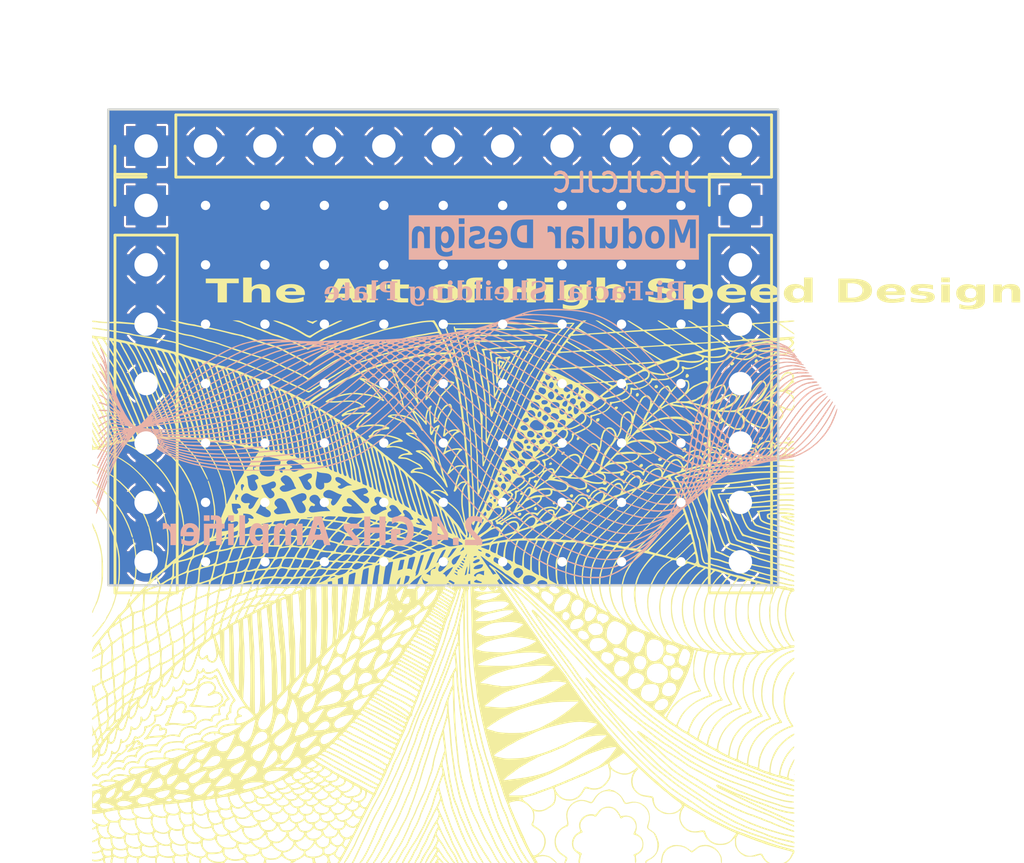
<source format=kicad_pcb>
(kicad_pcb (version 20241229) (generator "pcbnew") (generator_version "9.0")
  (title_block (title "Filter Plate to Cover Power PCB") (date "2024-03-22") (rev "1.0") (company "2 Layer PCB to Reduce Cost") (comment 1 "Prevents Extension of 4-Layer Power PCB"))
  (layers (0 "F.Cu" signal) (2 "B.Cu" signal) (13 "F.Paste" user) (15 "B.Paste" user) (5 "F.SilkS" user "F.Silkscreen") (7 "B.SilkS" user "B.Silkscreen") (1 "F.Mask" user) (3 "B.Mask" user) (25 "Edge.Cuts" user))
  (net 0 "")
  (net 1 "GND")
  (footprint "Connector_PinHeader_2.54mm:PinHeader_1x07_P2.54mm_Vertical" (layer "F.Cu") (at 23.023 25.4126)
    (property "Reference" "J3" (hide yes))
    (property "Value" "Conn_01x07_Pin")
    (pad "1" thru_hole rect (at 0 0) (size 1.7 1.7) (drill 1) (layers "*.Cu" "*.Mask") (net 1 "GND"))
    (pad "2" thru_hole oval (at 0 2.54) (size 1.7 1.7) (drill 1) (layers "*.Cu" "*.Mask") (net 1 "GND"))
    (pad "3" thru_hole oval (at 0 5.08) (size 1.7 1.7) (drill 1) (layers "*.Cu" "*.Mask") (net 1 "GND"))
    (pad "4" thru_hole oval (at 0 7.62) (size 1.7 1.7) (drill 1) (layers "*.Cu" "*.Mask") (net 1 "GND"))
    (pad "5" thru_hole oval (at 0 10.16) (size 1.7 1.7) (drill 1) (layers "*.Cu" "*.Mask") (net 1 "GND"))
    (pad "6" thru_hole oval (at 0 12.7) (size 1.7 1.7) (drill 1) (layers "*.Cu" "*.Mask") (net 1 "GND"))
    (pad "7" thru_hole oval (at 0 15.24) (size 1.7 1.7) (drill 1) (layers "*.Cu" "*.Mask") (net 1 "GND"))
  )
  (footprint "LOGO" (layer "F.Cu") (at 35.723 41.9226)
    (property "Reference" "G***" (at 0 0 0) (layer "F.SilkS") (effects (font (size 1.5 1.5) (thickness 0.3))))
    (property "Value" "LOGO" (hide yes))
  )
  (footprint "Connector_PinHeader_2.54mm:PinHeader_1x07_P2.54mm_Vertical" (layer "F.Cu") (at 48.423 25.4126)
    (property "Reference" "J2" (hide yes))
    (property "Value" "Conn_01x07_Pin")
    (pad "1" thru_hole rect (at 0 0) (size 1.7 1.7) (drill 1) (layers "*.Cu" "*.Mask") (net 1 "GND"))
    (pad "2" thru_hole oval (at 0 2.54) (size 1.7 1.7) (drill 1) (layers "*.Cu" "*.Mask") (net 1 "GND"))
    (pad "3" thru_hole oval (at 0 5.08) (size 1.7 1.7) (drill 1) (layers "*.Cu" "*.Mask") (net 1 "GND"))
    (pad "4" thru_hole oval (at 0 7.62) (size 1.7 1.7) (drill 1) (layers "*.Cu" "*.Mask") (net 1 "GND"))
    (pad "5" thru_hole oval (at 0 10.16) (size 1.7 1.7) (drill 1) (layers "*.Cu" "*.Mask") (net 1 "GND"))
    (pad "6" thru_hole oval (at 0 12.7) (size 1.7 1.7) (drill 1) (layers "*.Cu" "*.Mask") (net 1 "GND"))
    (pad "7" thru_hole oval (at 0 15.24) (size 1.7 1.7) (drill 1) (layers "*.Cu" "*.Mask") (net 1 "GND"))
  )
  (footprint "Connector_PinHeader_2.54mm:PinHeader_1x11_P2.54mm_Vertical" (layer "F.Cu") (at 23.023 22.8726 90)
    (property "Reference" "J1" (hide yes))
    (property "Value" "Conn_01x11_Pin")
    (pad "1" thru_hole rect (at 0 0 90) (size 1.7 1.7) (drill 1) (layers "*.Cu" "*.Mask") (net 1 "GND"))
    (pad "2" thru_hole oval (at 0 2.54 90) (size 1.7 1.7) (drill 1) (layers "*.Cu" "*.Mask") (net 1 "GND"))
    (pad "3" thru_hole oval (at 0 5.08 90) (size 1.7 1.7) (drill 1) (layers "*.Cu" "*.Mask") (net 1 "GND"))
    (pad "4" thru_hole oval (at 0 7.62 90) (size 1.7 1.7) (drill 1) (layers "*.Cu" "*.Mask") (net 1 "GND"))
    (pad "5" thru_hole oval (at 0 10.16 90) (size 1.7 1.7) (drill 1) (layers "*.Cu" "*.Mask") (net 1 "GND"))
    (pad "6" thru_hole oval (at 0 12.7 90) (size 1.7 1.7) (drill 1) (layers "*.Cu" "*.Mask") (net 1 "GND"))
    (pad "7" thru_hole oval (at 0 15.24 90) (size 1.7 1.7) (drill 1) (layers "*.Cu" "*.Mask") (net 1 "GND"))
    (pad "8" thru_hole oval (at 0 17.78 90) (size 1.7 1.7) (drill 1) (layers "*.Cu" "*.Mask") (net 1 "GND"))
    (pad "9" thru_hole oval (at 0 20.32 90) (size 1.7 1.7) (drill 1) (layers "*.Cu" "*.Mask") (net 1 "GND"))
    (pad "10" thru_hole oval (at 0 22.86 90) (size 1.7 1.7) (drill 1) (layers "*.Cu" "*.Mask") (net 1 "GND"))
    (pad "11" thru_hole oval (at 0 25.4 90) (size 1.7 1.7) (drill 1) (layers "*.Cu" "*.Mask") (net 1 "GND"))
  )
  (footprint "LOGO" (layer "B.Cu") (at 26.833 25.1586)
    (property "Reference" "G***" (hide yes))
    (property "Value" "LOGO" (hide yes))
  )
  (footprint "LOGO" (layer "B.Cu") (at 36.739 35.5726 180)
    (property "Reference" "G***" (hide yes))
    (property "Value" "LOGO" (hide yes))
  )
  (footprint "LOGO" (layer "B.Cu") (at 31.913 26.6826 180)
    (property "Reference" "G***" (hide yes))
    (property "Value" "LOGO" (hide yes))
  )
  (gr_rect (start 21.408 21.3106) (end 50.038 41.656) (stroke (width 0.1)) (fill no) (layer "Edge.Cuts"))
  (gr_text "The Art of High Speed Design" (at 25.563 29.7306 0) (layer "F.SilkS") (effects (font (size 1 1.5) (thickness 0.25) (bold yes)) (justify left bottom)))
  (gr_text "JLCJLCJLC" (at 46.645 24.9046 0) (layer "B.SilkS") (effects (font (size 0.8 0.8)) (justify left bottom mirror)))
  (gr_text "Modular Design" (at 46.645 27.4446 0) (layer "B.SilkS" knockout) (effects (font (size 1.2 1) (thickness 0.175) (bold yes)) (justify left bottom mirror)))
  (gr_text "2.4 GHz Amplifier" (at 37.501 40.1446 0) (layer "B.SilkS") (effects (font (size 1.2 1) (thickness 0.175) (bold yes)) (justify left bottom mirror)))
  (gr_text "Bi-Facial Sheilding Plate" (at 46.137 29.6036 0) (layer "B.SilkS") (effects (font (size 0.8 0.8) (thickness 0.175) (bold yes)) (justify left bottom mirror)))
  (via (at 38.263 25.4126) (size 0.8) (drill 0.4) (layers "F.Cu" "B.Cu") (net 1))
  (via (at 35.723 27.9526) (size 0.8) (drill 0.4) (layers "F.Cu" "B.Cu") (net 1))
  (via (at 25.563 33.0326) (size 0.8) (drill 0.4) (layers "F.Cu" "B.Cu") (net 1))
  (via (at 43.343 30.4926) (size 0.8) (drill 0.4) (layers "F.Cu" "B.Cu") (net 1))
  (via (at 25.563 30.4926) (size 0.8) (drill 0.4) (layers "F.Cu" "B.Cu") (net 1))
  (via (at 43.343 27.9526) (size 0.8) (drill 0.4) (layers "F.Cu" "B.Cu") (net 1))
  (via (at 33.183 35.5726) (size 0.8) (drill 0.4) (layers "F.Cu" "B.Cu") (net 1))
  (via (at 40.803 33.0326) (size 0.8) (drill 0.4) (layers "F.Cu" "B.Cu") (net 1))
  (via (at 30.643 33.0326) (size 0.8) (drill 0.4) (layers "F.Cu" "B.Cu") (net 1))
  (via (at 40.803 30.4926) (size 0.8) (drill 0.4) (layers "F.Cu" "B.Cu") (net 1))
  (via (at 45.883 33.0326) (size 0.8) (drill 0.4) (layers "F.Cu" "B.Cu") (net 1))
  (via (at 40.803 25.4126) (size 0.8) (drill 0.4) (layers "F.Cu" "B.Cu") (net 1))
  (via (at 33.183 40.6526) (size 0.8) (drill 0.4) (layers "F.Cu" "B.Cu") (net 1))
  (via (at 43.343 35.5726) (size 0.8) (drill 0.4) (layers "F.Cu" "B.Cu") (net 1))
  (via (at 28.103 35.5726) (size 0.8) (drill 0.4) (layers "F.Cu" "B.Cu") (net 1))
  (via (at 25.563 25.4126) (size 0.8) (drill 0.4) (layers "F.Cu" "B.Cu") (net 1))
  (via (at 28.103 33.0326) (size 0.8) (drill 0.4) (layers "F.Cu" "B.Cu") (net 1))
  (via (at 40.803 38.1126) (size 0.8) (drill 0.4) (layers "F.Cu" "B.Cu") (net 1))
  (via (at 33.183 38.1126) (size 0.8) (drill 0.4) (layers "F.Cu" "B.Cu") (net 1))
  (via (at 28.103 30.4926) (size 0.8) (drill 0.4) (layers "F.Cu" "B.Cu") (net 1))
  (via (at 33.183 30.4926) (size 0.8) (drill 0.4) (layers "F.Cu" "B.Cu") (net 1))
  (via (at 33.183 27.9526) (size 0.8) (drill 0.4) (layers "F.Cu" "B.Cu") (net 1))
  (via (at 38.263 33.0326) (size 0.8) (drill 0.4) (layers "F.Cu" "B.Cu") (net 1))
  (via (at 45.883 27.9526) (size 0.8) (drill 0.4) (layers "F.Cu" "B.Cu") (net 1))
  (via (at 38.263 40.6526) (size 0.8) (drill 0.4) (layers "F.Cu" "B.Cu") (net 1))
  (via (at 28.103 27.9526) (size 0.8) (drill 0.4) (layers "F.Cu" "B.Cu") (net 1))
  (via (at 45.883 40.6526) (size 0.8) (drill 0.4) (layers "F.Cu" "B.Cu") (net 1))
  (via (at 35.723 35.5726) (size 0.8) (drill 0.4) (layers "F.Cu" "B.Cu") (net 1))
  (via (at 40.803 40.6526) (size 0.8) (drill 0.4) (layers "F.Cu" "B.Cu") (net 1))
  (via (at 45.883 38.1126) (size 0.8) (drill 0.4) (layers "F.Cu" "B.Cu") (net 1))
  (via (at 30.643 25.4126) (size 0.8) (drill 0.4) (layers "F.Cu" "B.Cu") (net 1))
  (via (at 25.563 40.6526) (size 0.8) (drill 0.4) (layers "F.Cu" "B.Cu") (net 1))
  (via (at 35.723 25.4126) (size 0.8) (drill 0.4) (layers "F.Cu" "B.Cu") (net 1))
  (via (at 33.183 25.4126) (size 0.8) (drill 0.4) (layers "F.Cu" "B.Cu") (net 1))
  (via (at 30.643 30.4926) (size 0.8) (drill 0.4) (layers "F.Cu" "B.Cu") (net 1))
  (via (at 28.103 40.6526) (size 0.8) (drill 0.4) (layers "F.Cu" "B.Cu") (net 1))
  (via (at 45.883 35.5726) (size 0.8) (drill 0.4) (layers "F.Cu" "B.Cu") (net 1))
  (via (at 30.643 40.6526) (size 0.8) (drill 0.4) (layers "F.Cu" "B.Cu") (net 1))
  (via (at 43.343 40.6526) (size 0.8) (drill 0.4) (layers "F.Cu" "B.Cu") (net 1))
  (via (at 28.103 38.1126) (size 0.8) (drill 0.4) (layers "F.Cu" "B.Cu") (net 1))
  (via (at 28.103 25.4126) (size 0.8) (drill 0.4) (layers "F.Cu" "B.Cu") (net 1))
  (via (at 40.803 35.5726) (size 0.8) (drill 0.4) (layers "F.Cu" "B.Cu") (net 1))
  (via (at 43.343 38.1126) (size 0.8) (drill 0.4) (layers "F.Cu" "B.Cu") (net 1))
  (via (at 38.263 30.4926) (size 0.8) (drill 0.4) (layers "F.Cu" "B.Cu") (net 1))
  (via (at 30.643 35.5726) (size 0.8) (drill 0.4) (layers "F.Cu" "B.Cu") (net 1))
  (via (at 35.723 40.6526) (size 0.8) (drill 0.4) (layers "F.Cu" "B.Cu") (net 1))
  (via (at 38.263 35.5726) (size 0.8) (drill 0.4) (layers "F.Cu" "B.Cu") (net 1))
  (via (at 38.263 27.9526) (size 0.8) (drill 0.4) (layers "F.Cu" "B.Cu") (net 1))
  (via (at 25.563 38.1126) (size 0.8) (drill 0.4) (layers "F.Cu" "B.Cu") (net 1))
  (via (at 35.723 30.4926) (size 0.8) (drill 0.4) (layers "F.Cu" "B.Cu") (net 1))
  (via (at 25.563 35.5726) (size 0.8) (drill 0.4) (layers "F.Cu" "B.Cu") (net 1))
  (via (at 30.643 27.9526) (size 0.8) (drill 0.4) (layers "F.Cu" "B.Cu") (net 1))
  (via (at 33.183 33.0326) (size 0.8) (drill 0.4) (layers "F.Cu" "B.Cu") (net 1))
  (via (at 35.723 33.0326) (size 0.8) (drill 0.4) (layers "F.Cu" "B.Cu") (net 1))
  (via (at 43.343 33.0326) (size 0.8) (drill 0.4) (layers "F.Cu" "B.Cu") (net 1))
  (via (at 25.563 27.9526) (size 0.8) (drill 0.4) (layers "F.Cu" "B.Cu") (net 1))
  (via (at 43.343 25.4126) (size 0.8) (drill 0.4) (layers "F.Cu" "B.Cu") (net 1))
  (via (at 45.883 30.4926) (size 0.8) (drill 0.4) (layers "F.Cu" "B.Cu") (net 1))
  (via (at 30.643 38.1126) (size 0.8) (drill 0.4) (layers "F.Cu" "B.Cu") (net 1))
  (via (at 45.883 25.4126) (size 0.8) (drill 0.4) (layers "F.Cu" "B.Cu") (net 1))
  (via (at 40.803 27.9526) (size 0.8) (drill 0.4) (layers "F.Cu" "B.Cu") (net 1))
  (via (at 38.263 38.1126) (size 0.8) (drill 0.4) (layers "F.Cu" "B.Cu") (net 1))
  (via (at 35.723 38.1126) (size 0.8) (drill 0.4) (layers "F.Cu" "B.Cu") (net 1))
  (via (at 40.803 40.6526) (size 0.8) (drill 0.4) (layers "F.Cu" "B.Cu") (net 1))
  (zone (net 1) (net_name "GND") (layers "F.Cu" "B.Cu") (connect_pads (clearance 0)) (min_thickness 0.2) (fill yes (thermal_gap 0.1) (thermal_bridge_width 0.9) (island_removal_mode 1) (island_area_min 10))
    (polygon (pts (xy 21.4122 41.6306) (xy 50.038 41.656) (xy 50.038 21.3106) (xy 21.4122 21.3106)))
  )
)
</source>
